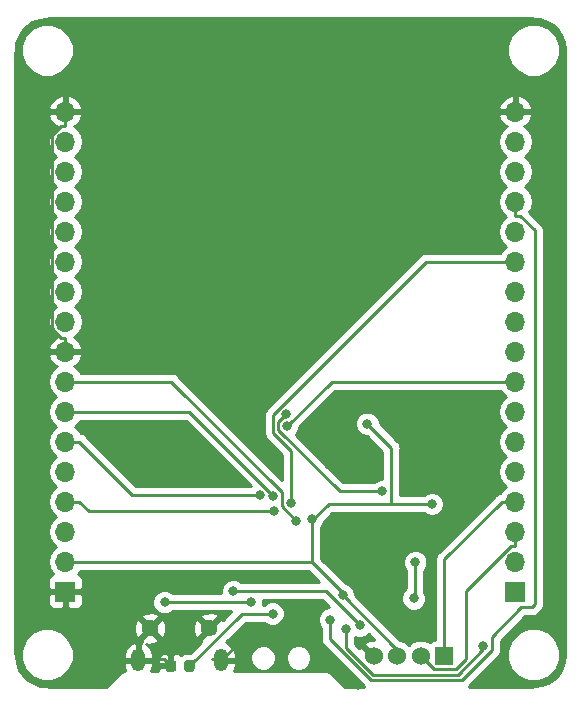
<source format=gbl>
G04 #@! TF.GenerationSoftware,KiCad,Pcbnew,5.0.2-bee76a0~70~ubuntu18.04.1*
G04 #@! TF.CreationDate,2019-03-17T15:09:20+09:00*
G04 #@! TF.ProjectId,LeonardoBB,4c656f6e-6172-4646-9f42-422e6b696361,rev?*
G04 #@! TF.SameCoordinates,Original*
G04 #@! TF.FileFunction,Copper,L2,Bot*
G04 #@! TF.FilePolarity,Positive*
%FSLAX46Y46*%
G04 Gerber Fmt 4.6, Leading zero omitted, Abs format (unit mm)*
G04 Created by KiCad (PCBNEW 5.0.2-bee76a0~70~ubuntu18.04.1) date 2019年03月17日 15時09分20秒*
%MOMM*%
%LPD*%
G01*
G04 APERTURE LIST*
G04 #@! TA.AperFunction,Conductor*
%ADD10C,0.100000*%
G04 #@! TD*
G04 #@! TA.AperFunction,SMDPad,CuDef*
%ADD11C,0.875000*%
G04 #@! TD*
G04 #@! TA.AperFunction,ComponentPad*
%ADD12R,1.524000X1.524000*%
G04 #@! TD*
G04 #@! TA.AperFunction,ComponentPad*
%ADD13C,1.524000*%
G04 #@! TD*
G04 #@! TA.AperFunction,ComponentPad*
%ADD14O,1.700000X1.700000*%
G04 #@! TD*
G04 #@! TA.AperFunction,ComponentPad*
%ADD15R,1.700000X1.700000*%
G04 #@! TD*
G04 #@! TA.AperFunction,ComponentPad*
%ADD16C,1.450000*%
G04 #@! TD*
G04 #@! TA.AperFunction,ComponentPad*
%ADD17O,1.200000X1.900000*%
G04 #@! TD*
G04 #@! TA.AperFunction,ViaPad*
%ADD18C,0.800000*%
G04 #@! TD*
G04 #@! TA.AperFunction,Conductor*
%ADD19C,0.250000*%
G04 #@! TD*
G04 #@! TA.AperFunction,Conductor*
%ADD20C,0.254000*%
G04 #@! TD*
G04 APERTURE END LIST*
D10*
G04 #@! TO.N,GND*
G04 #@! TO.C,D2*
G36*
X134110691Y-125066053D02*
X134131926Y-125069203D01*
X134152750Y-125074419D01*
X134172962Y-125081651D01*
X134192368Y-125090830D01*
X134210781Y-125101866D01*
X134228024Y-125114654D01*
X134243930Y-125129070D01*
X134258346Y-125144976D01*
X134271134Y-125162219D01*
X134282170Y-125180632D01*
X134291349Y-125200038D01*
X134298581Y-125220250D01*
X134303797Y-125241074D01*
X134306947Y-125262309D01*
X134308000Y-125283750D01*
X134308000Y-125796250D01*
X134306947Y-125817691D01*
X134303797Y-125838926D01*
X134298581Y-125859750D01*
X134291349Y-125879962D01*
X134282170Y-125899368D01*
X134271134Y-125917781D01*
X134258346Y-125935024D01*
X134243930Y-125950930D01*
X134228024Y-125965346D01*
X134210781Y-125978134D01*
X134192368Y-125989170D01*
X134172962Y-125998349D01*
X134152750Y-126005581D01*
X134131926Y-126010797D01*
X134110691Y-126013947D01*
X134089250Y-126015000D01*
X133651750Y-126015000D01*
X133630309Y-126013947D01*
X133609074Y-126010797D01*
X133588250Y-126005581D01*
X133568038Y-125998349D01*
X133548632Y-125989170D01*
X133530219Y-125978134D01*
X133512976Y-125965346D01*
X133497070Y-125950930D01*
X133482654Y-125935024D01*
X133469866Y-125917781D01*
X133458830Y-125899368D01*
X133449651Y-125879962D01*
X133442419Y-125859750D01*
X133437203Y-125838926D01*
X133434053Y-125817691D01*
X133433000Y-125796250D01*
X133433000Y-125283750D01*
X133434053Y-125262309D01*
X133437203Y-125241074D01*
X133442419Y-125220250D01*
X133449651Y-125200038D01*
X133458830Y-125180632D01*
X133469866Y-125162219D01*
X133482654Y-125144976D01*
X133497070Y-125129070D01*
X133512976Y-125114654D01*
X133530219Y-125101866D01*
X133548632Y-125090830D01*
X133568038Y-125081651D01*
X133588250Y-125074419D01*
X133609074Y-125069203D01*
X133630309Y-125066053D01*
X133651750Y-125065000D01*
X134089250Y-125065000D01*
X134110691Y-125066053D01*
X134110691Y-125066053D01*
G37*
D11*
G04 #@! TD*
G04 #@! TO.P,D2,1*
G04 #@! TO.N,GND*
X133870500Y-125540000D03*
D10*
G04 #@! TO.N,Net-(D2-Pad2)*
G04 #@! TO.C,D2*
G36*
X135685691Y-125066053D02*
X135706926Y-125069203D01*
X135727750Y-125074419D01*
X135747962Y-125081651D01*
X135767368Y-125090830D01*
X135785781Y-125101866D01*
X135803024Y-125114654D01*
X135818930Y-125129070D01*
X135833346Y-125144976D01*
X135846134Y-125162219D01*
X135857170Y-125180632D01*
X135866349Y-125200038D01*
X135873581Y-125220250D01*
X135878797Y-125241074D01*
X135881947Y-125262309D01*
X135883000Y-125283750D01*
X135883000Y-125796250D01*
X135881947Y-125817691D01*
X135878797Y-125838926D01*
X135873581Y-125859750D01*
X135866349Y-125879962D01*
X135857170Y-125899368D01*
X135846134Y-125917781D01*
X135833346Y-125935024D01*
X135818930Y-125950930D01*
X135803024Y-125965346D01*
X135785781Y-125978134D01*
X135767368Y-125989170D01*
X135747962Y-125998349D01*
X135727750Y-126005581D01*
X135706926Y-126010797D01*
X135685691Y-126013947D01*
X135664250Y-126015000D01*
X135226750Y-126015000D01*
X135205309Y-126013947D01*
X135184074Y-126010797D01*
X135163250Y-126005581D01*
X135143038Y-125998349D01*
X135123632Y-125989170D01*
X135105219Y-125978134D01*
X135087976Y-125965346D01*
X135072070Y-125950930D01*
X135057654Y-125935024D01*
X135044866Y-125917781D01*
X135033830Y-125899368D01*
X135024651Y-125879962D01*
X135017419Y-125859750D01*
X135012203Y-125838926D01*
X135009053Y-125817691D01*
X135008000Y-125796250D01*
X135008000Y-125283750D01*
X135009053Y-125262309D01*
X135012203Y-125241074D01*
X135017419Y-125220250D01*
X135024651Y-125200038D01*
X135033830Y-125180632D01*
X135044866Y-125162219D01*
X135057654Y-125144976D01*
X135072070Y-125129070D01*
X135087976Y-125114654D01*
X135105219Y-125101866D01*
X135123632Y-125090830D01*
X135143038Y-125081651D01*
X135163250Y-125074419D01*
X135184074Y-125069203D01*
X135205309Y-125066053D01*
X135226750Y-125065000D01*
X135664250Y-125065000D01*
X135685691Y-125066053D01*
X135685691Y-125066053D01*
G37*
D11*
G04 #@! TD*
G04 #@! TO.P,D2,2*
G04 #@! TO.N,Net-(D2-Pad2)*
X135445500Y-125540000D03*
D12*
G04 #@! TO.P,J4,1*
G04 #@! TO.N,D3_SCL*
X157035000Y-124714000D03*
D13*
G04 #@! TO.P,J4,2*
G04 #@! TO.N,D2_SDA*
X155035000Y-124714000D03*
G04 #@! TO.P,J4,3*
G04 #@! TO.N,+5V*
X153035000Y-124714000D03*
G04 #@! TO.P,J4,4*
G04 #@! TO.N,GND*
X151035000Y-124714000D03*
G04 #@! TD*
D14*
G04 #@! TO.P,J2,17*
G04 #@! TO.N,GND*
X163050000Y-78610000D03*
G04 #@! TO.P,J2,16*
G04 #@! TO.N,+5V*
X163050000Y-81150000D03*
G04 #@! TO.P,J2,15*
G04 #@! TO.N,+3V3*
X163050000Y-83690000D03*
G04 #@! TO.P,J2,14*
G04 #@! TO.N,D13_PWM*
X163050000Y-86230000D03*
G04 #@! TO.P,J2,13*
G04 #@! TO.N,D12*
X163050000Y-88770000D03*
G04 #@! TO.P,J2,12*
G04 #@! TO.N,D11_PWM*
X163050000Y-91310000D03*
G04 #@! TO.P,J2,11*
G04 #@! TO.N,D10_PWM*
X163050000Y-93850000D03*
G04 #@! TO.P,J2,10*
G04 #@! TO.N,D9_PWM*
X163050000Y-96390000D03*
G04 #@! TO.P,J2,9*
G04 #@! TO.N,D8*
X163050000Y-98930000D03*
G04 #@! TO.P,J2,8*
G04 #@! TO.N,D7*
X163050000Y-101470000D03*
G04 #@! TO.P,J2,7*
G04 #@! TO.N,D6_PWM*
X163050000Y-104010000D03*
G04 #@! TO.P,J2,6*
G04 #@! TO.N,D5_PWM*
X163050000Y-106550000D03*
G04 #@! TO.P,J2,5*
G04 #@! TO.N,D4*
X163050000Y-109090000D03*
G04 #@! TO.P,J2,4*
G04 #@! TO.N,D3_SCL*
X163050000Y-111630000D03*
G04 #@! TO.P,J2,3*
G04 #@! TO.N,D2_SDA*
X163050000Y-114170000D03*
G04 #@! TO.P,J2,2*
G04 #@! TO.N,D1_TX*
X163050000Y-116710000D03*
D15*
G04 #@! TO.P,J2,1*
G04 #@! TO.N,D0_RX*
X163050000Y-119250000D03*
G04 #@! TD*
G04 #@! TO.P,J3,1*
G04 #@! TO.N,GND*
X124950000Y-119250000D03*
D14*
G04 #@! TO.P,J3,2*
G04 #@! TO.N,+5V*
X124950000Y-116710000D03*
G04 #@! TO.P,J3,3*
G04 #@! TO.N,RAW*
X124950000Y-114170000D03*
G04 #@! TO.P,J3,4*
G04 #@! TO.N,MISO*
X124950000Y-111630000D03*
G04 #@! TO.P,J3,5*
G04 #@! TO.N,+5V*
X124950000Y-109090000D03*
G04 #@! TO.P,J3,6*
G04 #@! TO.N,SCK*
X124950000Y-106550000D03*
G04 #@! TO.P,J3,7*
G04 #@! TO.N,MOSI*
X124950000Y-104010000D03*
G04 #@! TO.P,J3,8*
G04 #@! TO.N,RESET*
X124950000Y-101470000D03*
G04 #@! TO.P,J3,9*
G04 #@! TO.N,GND*
X124950000Y-98930000D03*
G04 #@! TO.P,J3,10*
G04 #@! TO.N,AREF*
X124950000Y-96390000D03*
G04 #@! TO.P,J3,11*
G04 #@! TO.N,A5*
X124950000Y-93850000D03*
G04 #@! TO.P,J3,12*
G04 #@! TO.N,A4*
X124950000Y-91310000D03*
G04 #@! TO.P,J3,13*
G04 #@! TO.N,A3*
X124950000Y-88770000D03*
G04 #@! TO.P,J3,14*
G04 #@! TO.N,A2*
X124950000Y-86230000D03*
G04 #@! TO.P,J3,15*
G04 #@! TO.N,A1*
X124950000Y-83690000D03*
G04 #@! TO.P,J3,16*
G04 #@! TO.N,A0*
X124950000Y-81150000D03*
G04 #@! TO.P,J3,17*
G04 #@! TO.N,GND*
X124950000Y-78610000D03*
G04 #@! TD*
D16*
G04 #@! TO.P,J1,6*
G04 #@! TO.N,GND*
X132120000Y-122362500D03*
X137120000Y-122362500D03*
D17*
X131120000Y-125062500D03*
X138120000Y-125062500D03*
G04 #@! TD*
D18*
G04 #@! TO.N,GND*
X147286000Y-108486000D03*
X150114000Y-103251000D03*
X153098500Y-122745500D03*
X149733000Y-127190500D03*
X142303500Y-102298500D03*
X133731000Y-109220000D03*
X128651000Y-106680000D03*
X150258500Y-117602000D03*
G04 #@! TO.N,VBUS*
X140653400Y-120142000D03*
X133343600Y-120142000D03*
G04 #@! TO.N,Net-(C6-Pad1)*
X151793000Y-110721400D03*
X143636000Y-104227700D03*
G04 #@! TO.N,+5V*
X150518700Y-105038800D03*
X148436100Y-119555400D03*
X145786000Y-113120600D03*
X155989000Y-111824000D03*
G04 #@! TO.N,+3V3*
X160334700Y-123870000D03*
X148716700Y-122398000D03*
G04 #@! TO.N,Net-(D2-Pad2)*
X142483900Y-121102700D03*
G04 #@! TO.N,D7*
X143716300Y-105244600D03*
G04 #@! TO.N,D11_PWM*
X144053000Y-111732900D03*
G04 #@! TO.N,D13_PWM*
X147348500Y-121619800D03*
G04 #@! TO.N,RESET*
X144491700Y-113244400D03*
G04 #@! TO.N,MOSI*
X142546300Y-111127000D03*
G04 #@! TO.N,SCK*
X141454100Y-111050700D03*
G04 #@! TO.N,MISO*
X142580600Y-112412500D03*
G04 #@! TO.N,Net-(Q2-Pad4)*
X154436800Y-119817600D03*
X154568800Y-116774900D03*
G04 #@! TO.N,Net-(R5-Pad2)*
X139152800Y-119195400D03*
X149894600Y-122115900D03*
G04 #@! TD*
D19*
G04 #@! TO.N,GND*
X124950000Y-78610000D02*
X124950000Y-79785300D01*
X124950000Y-98930000D02*
X124950000Y-97754700D01*
X124950000Y-97754700D02*
X124582700Y-97754700D01*
X124582700Y-97754700D02*
X123774700Y-96946700D01*
X123774700Y-96946700D02*
X123774700Y-80593200D01*
X123774700Y-80593200D02*
X124582600Y-79785300D01*
X124582600Y-79785300D02*
X124950000Y-79785300D01*
X133870500Y-125540000D02*
X133270500Y-124940000D01*
X133270500Y-124940000D02*
X131865000Y-124940000D01*
X138250000Y-124940000D02*
X140254000Y-122936000D01*
X137325000Y-124940000D02*
X138250000Y-124940000D01*
X140254000Y-122936000D02*
X145478500Y-122936000D01*
X145478500Y-122936000D02*
X149733000Y-127190500D01*
X133731000Y-109220000D02*
X131191000Y-106680000D01*
X131191000Y-106680000D02*
X128651000Y-106680000D01*
G04 #@! TO.N,VBUS*
X133343600Y-120142000D02*
X140653400Y-120142000D01*
G04 #@! TO.N,Net-(C6-Pad1)*
X151793000Y-110721400D02*
X148156300Y-110721400D01*
X148156300Y-110721400D02*
X142990900Y-105556000D01*
X142990900Y-105556000D02*
X142990900Y-104872800D01*
X142990900Y-104872800D02*
X143636000Y-104227700D01*
G04 #@! TO.N,+5V*
X150518700Y-105038800D02*
X152549800Y-107069900D01*
X152549800Y-107069900D02*
X152549800Y-111824000D01*
X152549800Y-111824000D02*
X147240400Y-111824000D01*
X147240400Y-111824000D02*
X145864900Y-113199500D01*
X155989000Y-111824000D02*
X152549800Y-111824000D01*
X145786000Y-116710000D02*
X148436100Y-119360100D01*
X148436100Y-119360100D02*
X148436100Y-119555400D01*
X148436100Y-119555400D02*
X153035000Y-124154300D01*
X153035000Y-124154300D02*
X153035000Y-124714000D01*
X145864900Y-113199500D02*
X145786000Y-113120600D01*
X145864900Y-113199500D02*
X145864900Y-116631100D01*
X145864900Y-116631100D02*
X145786000Y-116710000D01*
X126125300Y-116710000D02*
X145786000Y-116710000D01*
X124950000Y-116710000D02*
X126125300Y-116710000D01*
G04 #@! TO.N,+3V3*
X160334700Y-123870000D02*
X160334700Y-124096800D01*
X160334700Y-124096800D02*
X158155000Y-126276500D01*
X158155000Y-126276500D02*
X150980200Y-126276500D01*
X150980200Y-126276500D02*
X148716700Y-124013000D01*
X148716700Y-124013000D02*
X148716700Y-122398000D01*
G04 #@! TO.N,Net-(D2-Pad2)*
X135445500Y-125540000D02*
X135445500Y-125183200D01*
X139882800Y-121102700D02*
X135445500Y-125540000D01*
X142483900Y-121102700D02*
X139882800Y-121102700D01*
G04 #@! TO.N,D2_SDA*
X163050000Y-114170000D02*
X163050000Y-115345300D01*
X155035000Y-124714000D02*
X156122400Y-125801400D01*
X156122400Y-125801400D02*
X157993200Y-125801400D01*
X157993200Y-125801400D02*
X158865800Y-124928800D01*
X158865800Y-124928800D02*
X158865800Y-119162200D01*
X158865800Y-119162200D02*
X162682700Y-115345300D01*
X162682700Y-115345300D02*
X163050000Y-115345300D01*
G04 #@! TO.N,D3_SCL*
X157035000Y-123626700D02*
X157035000Y-116469700D01*
X157035000Y-116469700D02*
X161874700Y-111630000D01*
X157035000Y-124714000D02*
X157035000Y-123626700D01*
X163050000Y-111630000D02*
X161874700Y-111630000D01*
G04 #@! TO.N,D7*
X143716300Y-105244600D02*
X147490900Y-101470000D01*
X147490900Y-101470000D02*
X163050000Y-101470000D01*
G04 #@! TO.N,D11_PWM*
X163050000Y-91310000D02*
X155516400Y-91310000D01*
X155516400Y-91310000D02*
X142533500Y-104292900D01*
X142533500Y-104292900D02*
X142533500Y-105828600D01*
X142533500Y-105828600D02*
X144053000Y-107348100D01*
X144053000Y-107348100D02*
X144053000Y-111732900D01*
G04 #@! TO.N,D13_PWM*
X163050000Y-86230000D02*
X163050000Y-87405300D01*
X163417300Y-87405300D02*
X164676200Y-88664200D01*
X163050000Y-87405300D02*
X163417300Y-87405300D01*
X164421700Y-120587000D02*
X164676200Y-120332500D01*
X147348500Y-123283100D02*
X150805800Y-126740400D01*
X161059701Y-123086701D02*
X163559402Y-120587000D01*
X147348500Y-121619800D02*
X147348500Y-123283100D01*
X161059701Y-124218001D02*
X161059701Y-123086701D01*
X163559402Y-120587000D02*
X164421700Y-120587000D01*
X164676200Y-120332500D02*
X164676200Y-88664200D01*
X158537302Y-126740400D02*
X161059701Y-124218001D01*
X150805800Y-126740400D02*
X158537302Y-126740400D01*
G04 #@! TO.N,RESET*
X144491700Y-113244400D02*
X143271600Y-112024300D01*
X143271600Y-112024300D02*
X143271600Y-110826500D01*
X143271600Y-110826500D02*
X133915100Y-101470000D01*
X133915100Y-101470000D02*
X124950000Y-101470000D01*
G04 #@! TO.N,MOSI*
X142546300Y-111127000D02*
X142546300Y-111117100D01*
X142546300Y-111117100D02*
X135439200Y-104010000D01*
X135439200Y-104010000D02*
X124950000Y-104010000D01*
G04 #@! TO.N,SCK*
X126125300Y-106550000D02*
X130626000Y-111050700D01*
X130626000Y-111050700D02*
X141454100Y-111050700D01*
X124950000Y-106550000D02*
X126125300Y-106550000D01*
G04 #@! TO.N,MISO*
X126125300Y-111630000D02*
X126907800Y-112412500D01*
X126907800Y-112412500D02*
X142580600Y-112412500D01*
X124950000Y-111630000D02*
X126125300Y-111630000D01*
G04 #@! TO.N,Net-(Q2-Pad4)*
X154436800Y-119817600D02*
X154568800Y-119685600D01*
X154568800Y-119685600D02*
X154568800Y-116774900D01*
G04 #@! TO.N,Net-(R5-Pad2)*
X146974100Y-119195400D02*
X149894600Y-122115900D01*
X139152800Y-119195400D02*
X146974100Y-119195400D01*
G04 #@! TD*
D20*
G04 #@! TO.N,GND*
G36*
X147288699Y-120584800D02*
X147142626Y-120584800D01*
X146762220Y-120742369D01*
X146471069Y-121033520D01*
X146313500Y-121413926D01*
X146313500Y-121825674D01*
X146471069Y-122206080D01*
X146588500Y-122323511D01*
X146588501Y-123208249D01*
X146573612Y-123283100D01*
X146588501Y-123357952D01*
X146618043Y-123506471D01*
X146632597Y-123579637D01*
X146746043Y-123749420D01*
X146800572Y-123831029D01*
X146864028Y-123873429D01*
X150215471Y-127224873D01*
X150257871Y-127288329D01*
X150260372Y-127290000D01*
X148594092Y-127290000D01*
X147551494Y-126247404D01*
X147511881Y-126188119D01*
X147277028Y-126031195D01*
X147069926Y-125990000D01*
X147069924Y-125990000D01*
X147000000Y-125976091D01*
X146930076Y-125990000D01*
X139216224Y-125990000D01*
X139355000Y-125539500D01*
X139355000Y-125189500D01*
X138247000Y-125189500D01*
X138247000Y-125209500D01*
X137993000Y-125209500D01*
X137993000Y-125189500D01*
X137973000Y-125189500D01*
X137973000Y-124935500D01*
X137993000Y-124935500D01*
X137993000Y-124915500D01*
X138247000Y-124915500D01*
X138247000Y-124935500D01*
X139355000Y-124935500D01*
X139355000Y-124638180D01*
X140607000Y-124638180D01*
X140607000Y-125069820D01*
X140772182Y-125468603D01*
X141077397Y-125773818D01*
X141476180Y-125939000D01*
X141907820Y-125939000D01*
X142306603Y-125773818D01*
X142611818Y-125468603D01*
X142777000Y-125069820D01*
X142777000Y-124638180D01*
X143607000Y-124638180D01*
X143607000Y-125069820D01*
X143772182Y-125468603D01*
X144077397Y-125773818D01*
X144476180Y-125939000D01*
X144907820Y-125939000D01*
X145306603Y-125773818D01*
X145611818Y-125468603D01*
X145777000Y-125069820D01*
X145777000Y-124638180D01*
X145611818Y-124239397D01*
X145306603Y-123934182D01*
X144907820Y-123769000D01*
X144476180Y-123769000D01*
X144077397Y-123934182D01*
X143772182Y-124239397D01*
X143607000Y-124638180D01*
X142777000Y-124638180D01*
X142611818Y-124239397D01*
X142306603Y-123934182D01*
X141907820Y-123769000D01*
X141476180Y-123769000D01*
X141077397Y-123934182D01*
X140772182Y-124239397D01*
X140607000Y-124638180D01*
X139355000Y-124638180D01*
X139355000Y-124585500D01*
X139212390Y-124122553D01*
X138903474Y-123749420D01*
X138515904Y-123544397D01*
X140197602Y-121862700D01*
X141780189Y-121862700D01*
X141897620Y-121980131D01*
X142278026Y-122137700D01*
X142689774Y-122137700D01*
X143070180Y-121980131D01*
X143361331Y-121688980D01*
X143518900Y-121308574D01*
X143518900Y-120896826D01*
X143361331Y-120516420D01*
X143070180Y-120225269D01*
X142689774Y-120067700D01*
X142278026Y-120067700D01*
X141897620Y-120225269D01*
X141780189Y-120342700D01*
X141688400Y-120342700D01*
X141688400Y-119955400D01*
X146659299Y-119955400D01*
X147288699Y-120584800D01*
X147288699Y-120584800D01*
G37*
X147288699Y-120584800D02*
X147142626Y-120584800D01*
X146762220Y-120742369D01*
X146471069Y-121033520D01*
X146313500Y-121413926D01*
X146313500Y-121825674D01*
X146471069Y-122206080D01*
X146588500Y-122323511D01*
X146588501Y-123208249D01*
X146573612Y-123283100D01*
X146588501Y-123357952D01*
X146618043Y-123506471D01*
X146632597Y-123579637D01*
X146746043Y-123749420D01*
X146800572Y-123831029D01*
X146864028Y-123873429D01*
X150215471Y-127224873D01*
X150257871Y-127288329D01*
X150260372Y-127290000D01*
X148594092Y-127290000D01*
X147551494Y-126247404D01*
X147511881Y-126188119D01*
X147277028Y-126031195D01*
X147069926Y-125990000D01*
X147069924Y-125990000D01*
X147000000Y-125976091D01*
X146930076Y-125990000D01*
X139216224Y-125990000D01*
X139355000Y-125539500D01*
X139355000Y-125189500D01*
X138247000Y-125189500D01*
X138247000Y-125209500D01*
X137993000Y-125209500D01*
X137993000Y-125189500D01*
X137973000Y-125189500D01*
X137973000Y-124935500D01*
X137993000Y-124935500D01*
X137993000Y-124915500D01*
X138247000Y-124915500D01*
X138247000Y-124935500D01*
X139355000Y-124935500D01*
X139355000Y-124638180D01*
X140607000Y-124638180D01*
X140607000Y-125069820D01*
X140772182Y-125468603D01*
X141077397Y-125773818D01*
X141476180Y-125939000D01*
X141907820Y-125939000D01*
X142306603Y-125773818D01*
X142611818Y-125468603D01*
X142777000Y-125069820D01*
X142777000Y-124638180D01*
X143607000Y-124638180D01*
X143607000Y-125069820D01*
X143772182Y-125468603D01*
X144077397Y-125773818D01*
X144476180Y-125939000D01*
X144907820Y-125939000D01*
X145306603Y-125773818D01*
X145611818Y-125468603D01*
X145777000Y-125069820D01*
X145777000Y-124638180D01*
X145611818Y-124239397D01*
X145306603Y-123934182D01*
X144907820Y-123769000D01*
X144476180Y-123769000D01*
X144077397Y-123934182D01*
X143772182Y-124239397D01*
X143607000Y-124638180D01*
X142777000Y-124638180D01*
X142611818Y-124239397D01*
X142306603Y-123934182D01*
X141907820Y-123769000D01*
X141476180Y-123769000D01*
X141077397Y-123934182D01*
X140772182Y-124239397D01*
X140607000Y-124638180D01*
X139355000Y-124638180D01*
X139355000Y-124585500D01*
X139212390Y-124122553D01*
X138903474Y-123749420D01*
X138515904Y-123544397D01*
X140197602Y-121862700D01*
X141780189Y-121862700D01*
X141897620Y-121980131D01*
X142278026Y-122137700D01*
X142689774Y-122137700D01*
X143070180Y-121980131D01*
X143361331Y-121688980D01*
X143518900Y-121308574D01*
X143518900Y-120896826D01*
X143361331Y-120516420D01*
X143070180Y-120225269D01*
X142689774Y-120067700D01*
X142278026Y-120067700D01*
X141897620Y-120225269D01*
X141780189Y-120342700D01*
X141688400Y-120342700D01*
X141688400Y-119955400D01*
X146659299Y-119955400D01*
X147288699Y-120584800D01*
G36*
X164439665Y-70717298D02*
X164520621Y-70730701D01*
X165171339Y-70801391D01*
X165716030Y-70984701D01*
X166208644Y-71280693D01*
X166626208Y-71675564D01*
X166949237Y-72150888D01*
X167162663Y-72684490D01*
X167261385Y-73280823D01*
X167265287Y-73420521D01*
X167286832Y-73577811D01*
X167290001Y-73586424D01*
X167290000Y-124418227D01*
X167282702Y-124439665D01*
X167269299Y-124520621D01*
X167198609Y-125171338D01*
X167015299Y-125716030D01*
X166719310Y-126208640D01*
X166324439Y-126626205D01*
X165849112Y-126949237D01*
X165315507Y-127162664D01*
X164719177Y-127261385D01*
X164579479Y-127265287D01*
X164422189Y-127286832D01*
X164413579Y-127290000D01*
X159082730Y-127290000D01*
X159085231Y-127288329D01*
X159127633Y-127224870D01*
X161544174Y-124808330D01*
X161607630Y-124765930D01*
X161775605Y-124514538D01*
X161819701Y-124292853D01*
X161819701Y-124292848D01*
X161834589Y-124218001D01*
X161822144Y-124155431D01*
X162365000Y-124155431D01*
X162365000Y-125044569D01*
X162705259Y-125866026D01*
X163333974Y-126494741D01*
X164155431Y-126835000D01*
X165044569Y-126835000D01*
X165866026Y-126494741D01*
X166494741Y-125866026D01*
X166835000Y-125044569D01*
X166835000Y-124155431D01*
X166494741Y-123333974D01*
X165866026Y-122705259D01*
X165044569Y-122365000D01*
X164155431Y-122365000D01*
X163333974Y-122705259D01*
X162705259Y-123333974D01*
X162365000Y-124155431D01*
X161822144Y-124155431D01*
X161819701Y-124143154D01*
X161819701Y-123401502D01*
X163874204Y-121347000D01*
X164346853Y-121347000D01*
X164421700Y-121361888D01*
X164496547Y-121347000D01*
X164496552Y-121347000D01*
X164718237Y-121302904D01*
X164969629Y-121134929D01*
X165012030Y-121071471D01*
X165160673Y-120922829D01*
X165224129Y-120880429D01*
X165392104Y-120629037D01*
X165436200Y-120407352D01*
X165436200Y-120407348D01*
X165451088Y-120332501D01*
X165436200Y-120257654D01*
X165436200Y-88739046D01*
X165451088Y-88664199D01*
X165436200Y-88589352D01*
X165436200Y-88589348D01*
X165392104Y-88367663D01*
X165350302Y-88305102D01*
X165266529Y-88179726D01*
X165266527Y-88179724D01*
X165224129Y-88116271D01*
X165160676Y-88073873D01*
X164227491Y-87140689D01*
X164448839Y-86809418D01*
X164564092Y-86230000D01*
X164448839Y-85650582D01*
X164120625Y-85159375D01*
X163822239Y-84960000D01*
X164120625Y-84760625D01*
X164448839Y-84269418D01*
X164564092Y-83690000D01*
X164448839Y-83110582D01*
X164120625Y-82619375D01*
X163822239Y-82420000D01*
X164120625Y-82220625D01*
X164448839Y-81729418D01*
X164564092Y-81150000D01*
X164448839Y-80570582D01*
X164120625Y-80079375D01*
X163801522Y-79866157D01*
X163931358Y-79805183D01*
X164321645Y-79376924D01*
X164491476Y-78966890D01*
X164370155Y-78737000D01*
X163177000Y-78737000D01*
X163177000Y-78757000D01*
X162923000Y-78757000D01*
X162923000Y-78737000D01*
X161729845Y-78737000D01*
X161608524Y-78966890D01*
X161778355Y-79376924D01*
X162168642Y-79805183D01*
X162298478Y-79866157D01*
X161979375Y-80079375D01*
X161651161Y-80570582D01*
X161535908Y-81150000D01*
X161651161Y-81729418D01*
X161979375Y-82220625D01*
X162277761Y-82420000D01*
X161979375Y-82619375D01*
X161651161Y-83110582D01*
X161535908Y-83690000D01*
X161651161Y-84269418D01*
X161979375Y-84760625D01*
X162277761Y-84960000D01*
X161979375Y-85159375D01*
X161651161Y-85650582D01*
X161535908Y-86230000D01*
X161651161Y-86809418D01*
X161979375Y-87300625D01*
X162277761Y-87500000D01*
X161979375Y-87699375D01*
X161651161Y-88190582D01*
X161535908Y-88770000D01*
X161651161Y-89349418D01*
X161979375Y-89840625D01*
X162277761Y-90040000D01*
X161979375Y-90239375D01*
X161771822Y-90550000D01*
X155591246Y-90550000D01*
X155516399Y-90535112D01*
X155441552Y-90550000D01*
X155441548Y-90550000D01*
X155219863Y-90594096D01*
X154968471Y-90762071D01*
X154926071Y-90825527D01*
X142049030Y-103702569D01*
X141985571Y-103744971D01*
X141817596Y-103996364D01*
X141773500Y-104218049D01*
X141773500Y-104218053D01*
X141758612Y-104292900D01*
X141773500Y-104367747D01*
X141773501Y-105753749D01*
X141758612Y-105828600D01*
X141817597Y-106125137D01*
X141915664Y-106271904D01*
X141985572Y-106376529D01*
X142049028Y-106418929D01*
X143293000Y-107662902D01*
X143293001Y-109773099D01*
X134505431Y-100985530D01*
X134463029Y-100922071D01*
X134211637Y-100754096D01*
X133989952Y-100710000D01*
X133989947Y-100710000D01*
X133915100Y-100695112D01*
X133840253Y-100710000D01*
X126228178Y-100710000D01*
X126020625Y-100399375D01*
X125701522Y-100186157D01*
X125831358Y-100125183D01*
X126221645Y-99696924D01*
X126391476Y-99286890D01*
X126270155Y-99057000D01*
X125077000Y-99057000D01*
X125077000Y-99077000D01*
X124823000Y-99077000D01*
X124823000Y-99057000D01*
X123629845Y-99057000D01*
X123508524Y-99286890D01*
X123678355Y-99696924D01*
X124068642Y-100125183D01*
X124198478Y-100186157D01*
X123879375Y-100399375D01*
X123551161Y-100890582D01*
X123435908Y-101470000D01*
X123551161Y-102049418D01*
X123879375Y-102540625D01*
X124177761Y-102740000D01*
X123879375Y-102939375D01*
X123551161Y-103430582D01*
X123435908Y-104010000D01*
X123551161Y-104589418D01*
X123879375Y-105080625D01*
X124177761Y-105280000D01*
X123879375Y-105479375D01*
X123551161Y-105970582D01*
X123435908Y-106550000D01*
X123551161Y-107129418D01*
X123879375Y-107620625D01*
X124177761Y-107820000D01*
X123879375Y-108019375D01*
X123551161Y-108510582D01*
X123435908Y-109090000D01*
X123551161Y-109669418D01*
X123879375Y-110160625D01*
X124177761Y-110360000D01*
X123879375Y-110559375D01*
X123551161Y-111050582D01*
X123435908Y-111630000D01*
X123551161Y-112209418D01*
X123879375Y-112700625D01*
X124177761Y-112900000D01*
X123879375Y-113099375D01*
X123551161Y-113590582D01*
X123435908Y-114170000D01*
X123551161Y-114749418D01*
X123879375Y-115240625D01*
X124177761Y-115440000D01*
X123879375Y-115639375D01*
X123551161Y-116130582D01*
X123435908Y-116710000D01*
X123551161Y-117289418D01*
X123879375Y-117780625D01*
X123901033Y-117795096D01*
X123740302Y-117861673D01*
X123561673Y-118040301D01*
X123465000Y-118273690D01*
X123465000Y-118964250D01*
X123623750Y-119123000D01*
X124823000Y-119123000D01*
X124823000Y-119103000D01*
X125077000Y-119103000D01*
X125077000Y-119123000D01*
X126276250Y-119123000D01*
X126435000Y-118964250D01*
X126435000Y-118273690D01*
X126338327Y-118040301D01*
X126159698Y-117861673D01*
X125998967Y-117795096D01*
X126020625Y-117780625D01*
X126228178Y-117470000D01*
X145471199Y-117470000D01*
X146436598Y-118435400D01*
X139856511Y-118435400D01*
X139739080Y-118317969D01*
X139358674Y-118160400D01*
X138946926Y-118160400D01*
X138566520Y-118317969D01*
X138275369Y-118609120D01*
X138117800Y-118989526D01*
X138117800Y-119382000D01*
X134047311Y-119382000D01*
X133929880Y-119264569D01*
X133549474Y-119107000D01*
X133137726Y-119107000D01*
X132757320Y-119264569D01*
X132466169Y-119555720D01*
X132308600Y-119936126D01*
X132308600Y-120347874D01*
X132466169Y-120728280D01*
X132757320Y-121019431D01*
X133137726Y-121177000D01*
X133549474Y-121177000D01*
X133929880Y-121019431D01*
X134047311Y-120902000D01*
X139008698Y-120902000D01*
X138268780Y-121641918D01*
X138073398Y-121588707D01*
X137299605Y-122362500D01*
X137313748Y-122376643D01*
X137134143Y-122556248D01*
X137120000Y-122542105D01*
X136346207Y-123315898D01*
X136399419Y-123511280D01*
X135493139Y-124417560D01*
X135491998Y-124417560D01*
X135445500Y-124408311D01*
X135399002Y-124417560D01*
X135226750Y-124417560D01*
X134895273Y-124483495D01*
X134732969Y-124591943D01*
X134667698Y-124526673D01*
X134434309Y-124430000D01*
X134156250Y-124430000D01*
X133997500Y-124588750D01*
X133997500Y-125413000D01*
X134017500Y-125413000D01*
X134017500Y-125667000D01*
X133997500Y-125667000D01*
X133997500Y-125687000D01*
X133743500Y-125687000D01*
X133743500Y-125667000D01*
X132956750Y-125667000D01*
X132798000Y-125825750D01*
X132798000Y-125990000D01*
X132216224Y-125990000D01*
X132355000Y-125539500D01*
X132355000Y-125189500D01*
X131247000Y-125189500D01*
X131247000Y-125209500D01*
X130993000Y-125209500D01*
X130993000Y-125189500D01*
X129885000Y-125189500D01*
X129885000Y-125539500D01*
X130020763Y-125980221D01*
X130000000Y-125976091D01*
X129930074Y-125990000D01*
X129756650Y-126024496D01*
X129722972Y-126031195D01*
X129558174Y-126141310D01*
X129488119Y-126188119D01*
X129448510Y-126247398D01*
X128405910Y-127290000D01*
X123581773Y-127290000D01*
X123560335Y-127282702D01*
X123479379Y-127269299D01*
X122828662Y-127198609D01*
X122283970Y-127015299D01*
X121791360Y-126719310D01*
X121373795Y-126324439D01*
X121050763Y-125849112D01*
X120837336Y-125315507D01*
X120738615Y-124719177D01*
X120734713Y-124579479D01*
X120713168Y-124422189D01*
X120710000Y-124413579D01*
X120710000Y-124155431D01*
X121165000Y-124155431D01*
X121165000Y-125044569D01*
X121505259Y-125866026D01*
X122133974Y-126494741D01*
X122955431Y-126835000D01*
X123844569Y-126835000D01*
X124666026Y-126494741D01*
X125294741Y-125866026D01*
X125635000Y-125044569D01*
X125635000Y-124938690D01*
X132798000Y-124938690D01*
X132798000Y-125254250D01*
X132956750Y-125413000D01*
X133743500Y-125413000D01*
X133743500Y-124588750D01*
X133584750Y-124430000D01*
X133306691Y-124430000D01*
X133073302Y-124526673D01*
X132894673Y-124705301D01*
X132798000Y-124938690D01*
X125635000Y-124938690D01*
X125635000Y-124585500D01*
X129885000Y-124585500D01*
X129885000Y-124935500D01*
X130993000Y-124935500D01*
X130993000Y-123643769D01*
X131247000Y-123643769D01*
X131247000Y-124935500D01*
X132355000Y-124935500D01*
X132355000Y-124585500D01*
X132212390Y-124122553D01*
X131903474Y-123749420D01*
X131784232Y-123686342D01*
X131921146Y-123734812D01*
X132461444Y-123706449D01*
X132828878Y-123554253D01*
X132893793Y-123315898D01*
X132120000Y-122542105D01*
X131346207Y-123315898D01*
X131406988Y-123539076D01*
X131247000Y-123643769D01*
X130993000Y-123643769D01*
X130802391Y-123519038D01*
X130764719Y-123522908D01*
X130336526Y-123749420D01*
X130027610Y-124122553D01*
X129885000Y-124585500D01*
X125635000Y-124585500D01*
X125635000Y-124155431D01*
X125294741Y-123333974D01*
X124666026Y-122705259D01*
X123844569Y-122365000D01*
X122955431Y-122365000D01*
X122133974Y-122705259D01*
X121505259Y-123333974D01*
X121165000Y-124155431D01*
X120710000Y-124155431D01*
X120710000Y-122163646D01*
X130747688Y-122163646D01*
X130776051Y-122703944D01*
X130928247Y-123071378D01*
X131166602Y-123136293D01*
X131940395Y-122362500D01*
X132299605Y-122362500D01*
X133073398Y-123136293D01*
X133311753Y-123071378D01*
X133492312Y-122561354D01*
X133471435Y-122163646D01*
X135747688Y-122163646D01*
X135776051Y-122703944D01*
X135928247Y-123071378D01*
X136166602Y-123136293D01*
X136940395Y-122362500D01*
X136166602Y-121588707D01*
X135928247Y-121653622D01*
X135747688Y-122163646D01*
X133471435Y-122163646D01*
X133463949Y-122021056D01*
X133311753Y-121653622D01*
X133073398Y-121588707D01*
X132299605Y-122362500D01*
X131940395Y-122362500D01*
X131166602Y-121588707D01*
X130928247Y-121653622D01*
X130747688Y-122163646D01*
X120710000Y-122163646D01*
X120710000Y-121409102D01*
X131346207Y-121409102D01*
X132120000Y-122182895D01*
X132893793Y-121409102D01*
X136346207Y-121409102D01*
X137120000Y-122182895D01*
X137893793Y-121409102D01*
X137828878Y-121170747D01*
X137318854Y-120990188D01*
X136778556Y-121018551D01*
X136411122Y-121170747D01*
X136346207Y-121409102D01*
X132893793Y-121409102D01*
X132828878Y-121170747D01*
X132318854Y-120990188D01*
X131778556Y-121018551D01*
X131411122Y-121170747D01*
X131346207Y-121409102D01*
X120710000Y-121409102D01*
X120710000Y-119535750D01*
X123465000Y-119535750D01*
X123465000Y-120226310D01*
X123561673Y-120459699D01*
X123740302Y-120638327D01*
X123973691Y-120735000D01*
X124664250Y-120735000D01*
X124823000Y-120576250D01*
X124823000Y-119377000D01*
X125077000Y-119377000D01*
X125077000Y-120576250D01*
X125235750Y-120735000D01*
X125926309Y-120735000D01*
X126159698Y-120638327D01*
X126338327Y-120459699D01*
X126435000Y-120226310D01*
X126435000Y-119535750D01*
X126276250Y-119377000D01*
X125077000Y-119377000D01*
X124823000Y-119377000D01*
X123623750Y-119377000D01*
X123465000Y-119535750D01*
X120710000Y-119535750D01*
X120710000Y-81150000D01*
X123435908Y-81150000D01*
X123551161Y-81729418D01*
X123879375Y-82220625D01*
X124177761Y-82420000D01*
X123879375Y-82619375D01*
X123551161Y-83110582D01*
X123435908Y-83690000D01*
X123551161Y-84269418D01*
X123879375Y-84760625D01*
X124177761Y-84960000D01*
X123879375Y-85159375D01*
X123551161Y-85650582D01*
X123435908Y-86230000D01*
X123551161Y-86809418D01*
X123879375Y-87300625D01*
X124177761Y-87500000D01*
X123879375Y-87699375D01*
X123551161Y-88190582D01*
X123435908Y-88770000D01*
X123551161Y-89349418D01*
X123879375Y-89840625D01*
X124177761Y-90040000D01*
X123879375Y-90239375D01*
X123551161Y-90730582D01*
X123435908Y-91310000D01*
X123551161Y-91889418D01*
X123879375Y-92380625D01*
X124177761Y-92580000D01*
X123879375Y-92779375D01*
X123551161Y-93270582D01*
X123435908Y-93850000D01*
X123551161Y-94429418D01*
X123879375Y-94920625D01*
X124177761Y-95120000D01*
X123879375Y-95319375D01*
X123551161Y-95810582D01*
X123435908Y-96390000D01*
X123551161Y-96969418D01*
X123879375Y-97460625D01*
X124198478Y-97673843D01*
X124068642Y-97734817D01*
X123678355Y-98163076D01*
X123508524Y-98573110D01*
X123629845Y-98803000D01*
X124823000Y-98803000D01*
X124823000Y-98783000D01*
X125077000Y-98783000D01*
X125077000Y-98803000D01*
X126270155Y-98803000D01*
X126391476Y-98573110D01*
X126221645Y-98163076D01*
X125831358Y-97734817D01*
X125701522Y-97673843D01*
X126020625Y-97460625D01*
X126348839Y-96969418D01*
X126464092Y-96390000D01*
X126348839Y-95810582D01*
X126020625Y-95319375D01*
X125722239Y-95120000D01*
X126020625Y-94920625D01*
X126348839Y-94429418D01*
X126464092Y-93850000D01*
X126348839Y-93270582D01*
X126020625Y-92779375D01*
X125722239Y-92580000D01*
X126020625Y-92380625D01*
X126348839Y-91889418D01*
X126464092Y-91310000D01*
X126348839Y-90730582D01*
X126020625Y-90239375D01*
X125722239Y-90040000D01*
X126020625Y-89840625D01*
X126348839Y-89349418D01*
X126464092Y-88770000D01*
X126348839Y-88190582D01*
X126020625Y-87699375D01*
X125722239Y-87500000D01*
X126020625Y-87300625D01*
X126348839Y-86809418D01*
X126464092Y-86230000D01*
X126348839Y-85650582D01*
X126020625Y-85159375D01*
X125722239Y-84960000D01*
X126020625Y-84760625D01*
X126348839Y-84269418D01*
X126464092Y-83690000D01*
X126348839Y-83110582D01*
X126020625Y-82619375D01*
X125722239Y-82420000D01*
X126020625Y-82220625D01*
X126348839Y-81729418D01*
X126464092Y-81150000D01*
X126348839Y-80570582D01*
X126020625Y-80079375D01*
X125701522Y-79866157D01*
X125831358Y-79805183D01*
X126221645Y-79376924D01*
X126391476Y-78966890D01*
X126270155Y-78737000D01*
X125077000Y-78737000D01*
X125077000Y-78757000D01*
X124823000Y-78757000D01*
X124823000Y-78737000D01*
X123629845Y-78737000D01*
X123508524Y-78966890D01*
X123678355Y-79376924D01*
X124068642Y-79805183D01*
X124198478Y-79866157D01*
X123879375Y-80079375D01*
X123551161Y-80570582D01*
X123435908Y-81150000D01*
X120710000Y-81150000D01*
X120710000Y-78253110D01*
X123508524Y-78253110D01*
X123629845Y-78483000D01*
X124823000Y-78483000D01*
X124823000Y-77289181D01*
X125077000Y-77289181D01*
X125077000Y-78483000D01*
X126270155Y-78483000D01*
X126391476Y-78253110D01*
X161608524Y-78253110D01*
X161729845Y-78483000D01*
X162923000Y-78483000D01*
X162923000Y-77289181D01*
X163177000Y-77289181D01*
X163177000Y-78483000D01*
X164370155Y-78483000D01*
X164491476Y-78253110D01*
X164321645Y-77843076D01*
X163931358Y-77414817D01*
X163406892Y-77168514D01*
X163177000Y-77289181D01*
X162923000Y-77289181D01*
X162693108Y-77168514D01*
X162168642Y-77414817D01*
X161778355Y-77843076D01*
X161608524Y-78253110D01*
X126391476Y-78253110D01*
X126221645Y-77843076D01*
X125831358Y-77414817D01*
X125306892Y-77168514D01*
X125077000Y-77289181D01*
X124823000Y-77289181D01*
X124593108Y-77168514D01*
X124068642Y-77414817D01*
X123678355Y-77843076D01*
X123508524Y-78253110D01*
X120710000Y-78253110D01*
X120710000Y-73581773D01*
X120717298Y-73560335D01*
X120730701Y-73479379D01*
X120787619Y-72955431D01*
X121165000Y-72955431D01*
X121165000Y-73844569D01*
X121505259Y-74666026D01*
X122133974Y-75294741D01*
X122955431Y-75635000D01*
X123844569Y-75635000D01*
X124666026Y-75294741D01*
X125294741Y-74666026D01*
X125635000Y-73844569D01*
X125635000Y-72955431D01*
X162365000Y-72955431D01*
X162365000Y-73844569D01*
X162705259Y-74666026D01*
X163333974Y-75294741D01*
X164155431Y-75635000D01*
X165044569Y-75635000D01*
X165866026Y-75294741D01*
X166494741Y-74666026D01*
X166835000Y-73844569D01*
X166835000Y-72955431D01*
X166494741Y-72133974D01*
X165866026Y-71505259D01*
X165044569Y-71165000D01*
X164155431Y-71165000D01*
X163333974Y-71505259D01*
X162705259Y-72133974D01*
X162365000Y-72955431D01*
X125635000Y-72955431D01*
X125294741Y-72133974D01*
X124666026Y-71505259D01*
X123844569Y-71165000D01*
X122955431Y-71165000D01*
X122133974Y-71505259D01*
X121505259Y-72133974D01*
X121165000Y-72955431D01*
X120787619Y-72955431D01*
X120801391Y-72828661D01*
X120984701Y-72283970D01*
X121280693Y-71791356D01*
X121675564Y-71373792D01*
X122150888Y-71050763D01*
X122684490Y-70837337D01*
X123280823Y-70738615D01*
X123420521Y-70734713D01*
X123577811Y-70713168D01*
X123586421Y-70710000D01*
X164418227Y-70710000D01*
X164439665Y-70717298D01*
X164439665Y-70717298D01*
G37*
X164439665Y-70717298D02*
X164520621Y-70730701D01*
X165171339Y-70801391D01*
X165716030Y-70984701D01*
X166208644Y-71280693D01*
X166626208Y-71675564D01*
X166949237Y-72150888D01*
X167162663Y-72684490D01*
X167261385Y-73280823D01*
X167265287Y-73420521D01*
X167286832Y-73577811D01*
X167290001Y-73586424D01*
X167290000Y-124418227D01*
X167282702Y-124439665D01*
X167269299Y-124520621D01*
X167198609Y-125171338D01*
X167015299Y-125716030D01*
X166719310Y-126208640D01*
X166324439Y-126626205D01*
X165849112Y-126949237D01*
X165315507Y-127162664D01*
X164719177Y-127261385D01*
X164579479Y-127265287D01*
X164422189Y-127286832D01*
X164413579Y-127290000D01*
X159082730Y-127290000D01*
X159085231Y-127288329D01*
X159127633Y-127224870D01*
X161544174Y-124808330D01*
X161607630Y-124765930D01*
X161775605Y-124514538D01*
X161819701Y-124292853D01*
X161819701Y-124292848D01*
X161834589Y-124218001D01*
X161822144Y-124155431D01*
X162365000Y-124155431D01*
X162365000Y-125044569D01*
X162705259Y-125866026D01*
X163333974Y-126494741D01*
X164155431Y-126835000D01*
X165044569Y-126835000D01*
X165866026Y-126494741D01*
X166494741Y-125866026D01*
X166835000Y-125044569D01*
X166835000Y-124155431D01*
X166494741Y-123333974D01*
X165866026Y-122705259D01*
X165044569Y-122365000D01*
X164155431Y-122365000D01*
X163333974Y-122705259D01*
X162705259Y-123333974D01*
X162365000Y-124155431D01*
X161822144Y-124155431D01*
X161819701Y-124143154D01*
X161819701Y-123401502D01*
X163874204Y-121347000D01*
X164346853Y-121347000D01*
X164421700Y-121361888D01*
X164496547Y-121347000D01*
X164496552Y-121347000D01*
X164718237Y-121302904D01*
X164969629Y-121134929D01*
X165012030Y-121071471D01*
X165160673Y-120922829D01*
X165224129Y-120880429D01*
X165392104Y-120629037D01*
X165436200Y-120407352D01*
X165436200Y-120407348D01*
X165451088Y-120332501D01*
X165436200Y-120257654D01*
X165436200Y-88739046D01*
X165451088Y-88664199D01*
X165436200Y-88589352D01*
X165436200Y-88589348D01*
X165392104Y-88367663D01*
X165350302Y-88305102D01*
X165266529Y-88179726D01*
X165266527Y-88179724D01*
X165224129Y-88116271D01*
X165160676Y-88073873D01*
X164227491Y-87140689D01*
X164448839Y-86809418D01*
X164564092Y-86230000D01*
X164448839Y-85650582D01*
X164120625Y-85159375D01*
X163822239Y-84960000D01*
X164120625Y-84760625D01*
X164448839Y-84269418D01*
X164564092Y-83690000D01*
X164448839Y-83110582D01*
X164120625Y-82619375D01*
X163822239Y-82420000D01*
X164120625Y-82220625D01*
X164448839Y-81729418D01*
X164564092Y-81150000D01*
X164448839Y-80570582D01*
X164120625Y-80079375D01*
X163801522Y-79866157D01*
X163931358Y-79805183D01*
X164321645Y-79376924D01*
X164491476Y-78966890D01*
X164370155Y-78737000D01*
X163177000Y-78737000D01*
X163177000Y-78757000D01*
X162923000Y-78757000D01*
X162923000Y-78737000D01*
X161729845Y-78737000D01*
X161608524Y-78966890D01*
X161778355Y-79376924D01*
X162168642Y-79805183D01*
X162298478Y-79866157D01*
X161979375Y-80079375D01*
X161651161Y-80570582D01*
X161535908Y-81150000D01*
X161651161Y-81729418D01*
X161979375Y-82220625D01*
X162277761Y-82420000D01*
X161979375Y-82619375D01*
X161651161Y-83110582D01*
X161535908Y-83690000D01*
X161651161Y-84269418D01*
X161979375Y-84760625D01*
X162277761Y-84960000D01*
X161979375Y-85159375D01*
X161651161Y-85650582D01*
X161535908Y-86230000D01*
X161651161Y-86809418D01*
X161979375Y-87300625D01*
X162277761Y-87500000D01*
X161979375Y-87699375D01*
X161651161Y-88190582D01*
X161535908Y-88770000D01*
X161651161Y-89349418D01*
X161979375Y-89840625D01*
X162277761Y-90040000D01*
X161979375Y-90239375D01*
X161771822Y-90550000D01*
X155591246Y-90550000D01*
X155516399Y-90535112D01*
X155441552Y-90550000D01*
X155441548Y-90550000D01*
X155219863Y-90594096D01*
X154968471Y-90762071D01*
X154926071Y-90825527D01*
X142049030Y-103702569D01*
X141985571Y-103744971D01*
X141817596Y-103996364D01*
X141773500Y-104218049D01*
X141773500Y-104218053D01*
X141758612Y-104292900D01*
X141773500Y-104367747D01*
X141773501Y-105753749D01*
X141758612Y-105828600D01*
X141817597Y-106125137D01*
X141915664Y-106271904D01*
X141985572Y-106376529D01*
X142049028Y-106418929D01*
X143293000Y-107662902D01*
X143293001Y-109773099D01*
X134505431Y-100985530D01*
X134463029Y-100922071D01*
X134211637Y-100754096D01*
X133989952Y-100710000D01*
X133989947Y-100710000D01*
X133915100Y-100695112D01*
X133840253Y-100710000D01*
X126228178Y-100710000D01*
X126020625Y-100399375D01*
X125701522Y-100186157D01*
X125831358Y-100125183D01*
X126221645Y-99696924D01*
X126391476Y-99286890D01*
X126270155Y-99057000D01*
X125077000Y-99057000D01*
X125077000Y-99077000D01*
X124823000Y-99077000D01*
X124823000Y-99057000D01*
X123629845Y-99057000D01*
X123508524Y-99286890D01*
X123678355Y-99696924D01*
X124068642Y-100125183D01*
X124198478Y-100186157D01*
X123879375Y-100399375D01*
X123551161Y-100890582D01*
X123435908Y-101470000D01*
X123551161Y-102049418D01*
X123879375Y-102540625D01*
X124177761Y-102740000D01*
X123879375Y-102939375D01*
X123551161Y-103430582D01*
X123435908Y-104010000D01*
X123551161Y-104589418D01*
X123879375Y-105080625D01*
X124177761Y-105280000D01*
X123879375Y-105479375D01*
X123551161Y-105970582D01*
X123435908Y-106550000D01*
X123551161Y-107129418D01*
X123879375Y-107620625D01*
X124177761Y-107820000D01*
X123879375Y-108019375D01*
X123551161Y-108510582D01*
X123435908Y-109090000D01*
X123551161Y-109669418D01*
X123879375Y-110160625D01*
X124177761Y-110360000D01*
X123879375Y-110559375D01*
X123551161Y-111050582D01*
X123435908Y-111630000D01*
X123551161Y-112209418D01*
X123879375Y-112700625D01*
X124177761Y-112900000D01*
X123879375Y-113099375D01*
X123551161Y-113590582D01*
X123435908Y-114170000D01*
X123551161Y-114749418D01*
X123879375Y-115240625D01*
X124177761Y-115440000D01*
X123879375Y-115639375D01*
X123551161Y-116130582D01*
X123435908Y-116710000D01*
X123551161Y-117289418D01*
X123879375Y-117780625D01*
X123901033Y-117795096D01*
X123740302Y-117861673D01*
X123561673Y-118040301D01*
X123465000Y-118273690D01*
X123465000Y-118964250D01*
X123623750Y-119123000D01*
X124823000Y-119123000D01*
X124823000Y-119103000D01*
X125077000Y-119103000D01*
X125077000Y-119123000D01*
X126276250Y-119123000D01*
X126435000Y-118964250D01*
X126435000Y-118273690D01*
X126338327Y-118040301D01*
X126159698Y-117861673D01*
X125998967Y-117795096D01*
X126020625Y-117780625D01*
X126228178Y-117470000D01*
X145471199Y-117470000D01*
X146436598Y-118435400D01*
X139856511Y-118435400D01*
X139739080Y-118317969D01*
X139358674Y-118160400D01*
X138946926Y-118160400D01*
X138566520Y-118317969D01*
X138275369Y-118609120D01*
X138117800Y-118989526D01*
X138117800Y-119382000D01*
X134047311Y-119382000D01*
X133929880Y-119264569D01*
X133549474Y-119107000D01*
X133137726Y-119107000D01*
X132757320Y-119264569D01*
X132466169Y-119555720D01*
X132308600Y-119936126D01*
X132308600Y-120347874D01*
X132466169Y-120728280D01*
X132757320Y-121019431D01*
X133137726Y-121177000D01*
X133549474Y-121177000D01*
X133929880Y-121019431D01*
X134047311Y-120902000D01*
X139008698Y-120902000D01*
X138268780Y-121641918D01*
X138073398Y-121588707D01*
X137299605Y-122362500D01*
X137313748Y-122376643D01*
X137134143Y-122556248D01*
X137120000Y-122542105D01*
X136346207Y-123315898D01*
X136399419Y-123511280D01*
X135493139Y-124417560D01*
X135491998Y-124417560D01*
X135445500Y-124408311D01*
X135399002Y-124417560D01*
X135226750Y-124417560D01*
X134895273Y-124483495D01*
X134732969Y-124591943D01*
X134667698Y-124526673D01*
X134434309Y-124430000D01*
X134156250Y-124430000D01*
X133997500Y-124588750D01*
X133997500Y-125413000D01*
X134017500Y-125413000D01*
X134017500Y-125667000D01*
X133997500Y-125667000D01*
X133997500Y-125687000D01*
X133743500Y-125687000D01*
X133743500Y-125667000D01*
X132956750Y-125667000D01*
X132798000Y-125825750D01*
X132798000Y-125990000D01*
X132216224Y-125990000D01*
X132355000Y-125539500D01*
X132355000Y-125189500D01*
X131247000Y-125189500D01*
X131247000Y-125209500D01*
X130993000Y-125209500D01*
X130993000Y-125189500D01*
X129885000Y-125189500D01*
X129885000Y-125539500D01*
X130020763Y-125980221D01*
X130000000Y-125976091D01*
X129930074Y-125990000D01*
X129756650Y-126024496D01*
X129722972Y-126031195D01*
X129558174Y-126141310D01*
X129488119Y-126188119D01*
X129448510Y-126247398D01*
X128405910Y-127290000D01*
X123581773Y-127290000D01*
X123560335Y-127282702D01*
X123479379Y-127269299D01*
X122828662Y-127198609D01*
X122283970Y-127015299D01*
X121791360Y-126719310D01*
X121373795Y-126324439D01*
X121050763Y-125849112D01*
X120837336Y-125315507D01*
X120738615Y-124719177D01*
X120734713Y-124579479D01*
X120713168Y-124422189D01*
X120710000Y-124413579D01*
X120710000Y-124155431D01*
X121165000Y-124155431D01*
X121165000Y-125044569D01*
X121505259Y-125866026D01*
X122133974Y-126494741D01*
X122955431Y-126835000D01*
X123844569Y-126835000D01*
X124666026Y-126494741D01*
X125294741Y-125866026D01*
X125635000Y-125044569D01*
X125635000Y-124938690D01*
X132798000Y-124938690D01*
X132798000Y-125254250D01*
X132956750Y-125413000D01*
X133743500Y-125413000D01*
X133743500Y-124588750D01*
X133584750Y-124430000D01*
X133306691Y-124430000D01*
X133073302Y-124526673D01*
X132894673Y-124705301D01*
X132798000Y-124938690D01*
X125635000Y-124938690D01*
X125635000Y-124585500D01*
X129885000Y-124585500D01*
X129885000Y-124935500D01*
X130993000Y-124935500D01*
X130993000Y-123643769D01*
X131247000Y-123643769D01*
X131247000Y-124935500D01*
X132355000Y-124935500D01*
X132355000Y-124585500D01*
X132212390Y-124122553D01*
X131903474Y-123749420D01*
X131784232Y-123686342D01*
X131921146Y-123734812D01*
X132461444Y-123706449D01*
X132828878Y-123554253D01*
X132893793Y-123315898D01*
X132120000Y-122542105D01*
X131346207Y-123315898D01*
X131406988Y-123539076D01*
X131247000Y-123643769D01*
X130993000Y-123643769D01*
X130802391Y-123519038D01*
X130764719Y-123522908D01*
X130336526Y-123749420D01*
X130027610Y-124122553D01*
X129885000Y-124585500D01*
X125635000Y-124585500D01*
X125635000Y-124155431D01*
X125294741Y-123333974D01*
X124666026Y-122705259D01*
X123844569Y-122365000D01*
X122955431Y-122365000D01*
X122133974Y-122705259D01*
X121505259Y-123333974D01*
X121165000Y-124155431D01*
X120710000Y-124155431D01*
X120710000Y-122163646D01*
X130747688Y-122163646D01*
X130776051Y-122703944D01*
X130928247Y-123071378D01*
X131166602Y-123136293D01*
X131940395Y-122362500D01*
X132299605Y-122362500D01*
X133073398Y-123136293D01*
X133311753Y-123071378D01*
X133492312Y-122561354D01*
X133471435Y-122163646D01*
X135747688Y-122163646D01*
X135776051Y-122703944D01*
X135928247Y-123071378D01*
X136166602Y-123136293D01*
X136940395Y-122362500D01*
X136166602Y-121588707D01*
X135928247Y-121653622D01*
X135747688Y-122163646D01*
X133471435Y-122163646D01*
X133463949Y-122021056D01*
X133311753Y-121653622D01*
X133073398Y-121588707D01*
X132299605Y-122362500D01*
X131940395Y-122362500D01*
X131166602Y-121588707D01*
X130928247Y-121653622D01*
X130747688Y-122163646D01*
X120710000Y-122163646D01*
X120710000Y-121409102D01*
X131346207Y-121409102D01*
X132120000Y-122182895D01*
X132893793Y-121409102D01*
X136346207Y-121409102D01*
X137120000Y-122182895D01*
X137893793Y-121409102D01*
X137828878Y-121170747D01*
X137318854Y-120990188D01*
X136778556Y-121018551D01*
X136411122Y-121170747D01*
X136346207Y-121409102D01*
X132893793Y-121409102D01*
X132828878Y-121170747D01*
X132318854Y-120990188D01*
X131778556Y-121018551D01*
X131411122Y-121170747D01*
X131346207Y-121409102D01*
X120710000Y-121409102D01*
X120710000Y-119535750D01*
X123465000Y-119535750D01*
X123465000Y-120226310D01*
X123561673Y-120459699D01*
X123740302Y-120638327D01*
X123973691Y-120735000D01*
X124664250Y-120735000D01*
X124823000Y-120576250D01*
X124823000Y-119377000D01*
X125077000Y-119377000D01*
X125077000Y-120576250D01*
X125235750Y-120735000D01*
X125926309Y-120735000D01*
X126159698Y-120638327D01*
X126338327Y-120459699D01*
X126435000Y-120226310D01*
X126435000Y-119535750D01*
X126276250Y-119377000D01*
X125077000Y-119377000D01*
X124823000Y-119377000D01*
X123623750Y-119377000D01*
X123465000Y-119535750D01*
X120710000Y-119535750D01*
X120710000Y-81150000D01*
X123435908Y-81150000D01*
X123551161Y-81729418D01*
X123879375Y-82220625D01*
X124177761Y-82420000D01*
X123879375Y-82619375D01*
X123551161Y-83110582D01*
X123435908Y-83690000D01*
X123551161Y-84269418D01*
X123879375Y-84760625D01*
X124177761Y-84960000D01*
X123879375Y-85159375D01*
X123551161Y-85650582D01*
X123435908Y-86230000D01*
X123551161Y-86809418D01*
X123879375Y-87300625D01*
X124177761Y-87500000D01*
X123879375Y-87699375D01*
X123551161Y-88190582D01*
X123435908Y-88770000D01*
X123551161Y-89349418D01*
X123879375Y-89840625D01*
X124177761Y-90040000D01*
X123879375Y-90239375D01*
X123551161Y-90730582D01*
X123435908Y-91310000D01*
X123551161Y-91889418D01*
X123879375Y-92380625D01*
X124177761Y-92580000D01*
X123879375Y-92779375D01*
X123551161Y-93270582D01*
X123435908Y-93850000D01*
X123551161Y-94429418D01*
X123879375Y-94920625D01*
X124177761Y-95120000D01*
X123879375Y-95319375D01*
X123551161Y-95810582D01*
X123435908Y-96390000D01*
X123551161Y-96969418D01*
X123879375Y-97460625D01*
X124198478Y-97673843D01*
X124068642Y-97734817D01*
X123678355Y-98163076D01*
X123508524Y-98573110D01*
X123629845Y-98803000D01*
X124823000Y-98803000D01*
X124823000Y-98783000D01*
X125077000Y-98783000D01*
X125077000Y-98803000D01*
X126270155Y-98803000D01*
X126391476Y-98573110D01*
X126221645Y-98163076D01*
X125831358Y-97734817D01*
X125701522Y-97673843D01*
X126020625Y-97460625D01*
X126348839Y-96969418D01*
X126464092Y-96390000D01*
X126348839Y-95810582D01*
X126020625Y-95319375D01*
X125722239Y-95120000D01*
X126020625Y-94920625D01*
X126348839Y-94429418D01*
X126464092Y-93850000D01*
X126348839Y-93270582D01*
X126020625Y-92779375D01*
X125722239Y-92580000D01*
X126020625Y-92380625D01*
X126348839Y-91889418D01*
X126464092Y-91310000D01*
X126348839Y-90730582D01*
X126020625Y-90239375D01*
X125722239Y-90040000D01*
X126020625Y-89840625D01*
X126348839Y-89349418D01*
X126464092Y-88770000D01*
X126348839Y-88190582D01*
X126020625Y-87699375D01*
X125722239Y-87500000D01*
X126020625Y-87300625D01*
X126348839Y-86809418D01*
X126464092Y-86230000D01*
X126348839Y-85650582D01*
X126020625Y-85159375D01*
X125722239Y-84960000D01*
X126020625Y-84760625D01*
X126348839Y-84269418D01*
X126464092Y-83690000D01*
X126348839Y-83110582D01*
X126020625Y-82619375D01*
X125722239Y-82420000D01*
X126020625Y-82220625D01*
X126348839Y-81729418D01*
X126464092Y-81150000D01*
X126348839Y-80570582D01*
X126020625Y-80079375D01*
X125701522Y-79866157D01*
X125831358Y-79805183D01*
X126221645Y-79376924D01*
X126391476Y-78966890D01*
X126270155Y-78737000D01*
X125077000Y-78737000D01*
X125077000Y-78757000D01*
X124823000Y-78757000D01*
X124823000Y-78737000D01*
X123629845Y-78737000D01*
X123508524Y-78966890D01*
X123678355Y-79376924D01*
X124068642Y-79805183D01*
X124198478Y-79866157D01*
X123879375Y-80079375D01*
X123551161Y-80570582D01*
X123435908Y-81150000D01*
X120710000Y-81150000D01*
X120710000Y-78253110D01*
X123508524Y-78253110D01*
X123629845Y-78483000D01*
X124823000Y-78483000D01*
X124823000Y-77289181D01*
X125077000Y-77289181D01*
X125077000Y-78483000D01*
X126270155Y-78483000D01*
X126391476Y-78253110D01*
X161608524Y-78253110D01*
X161729845Y-78483000D01*
X162923000Y-78483000D01*
X162923000Y-77289181D01*
X163177000Y-77289181D01*
X163177000Y-78483000D01*
X164370155Y-78483000D01*
X164491476Y-78253110D01*
X164321645Y-77843076D01*
X163931358Y-77414817D01*
X163406892Y-77168514D01*
X163177000Y-77289181D01*
X162923000Y-77289181D01*
X162693108Y-77168514D01*
X162168642Y-77414817D01*
X161778355Y-77843076D01*
X161608524Y-78253110D01*
X126391476Y-78253110D01*
X126221645Y-77843076D01*
X125831358Y-77414817D01*
X125306892Y-77168514D01*
X125077000Y-77289181D01*
X124823000Y-77289181D01*
X124593108Y-77168514D01*
X124068642Y-77414817D01*
X123678355Y-77843076D01*
X123508524Y-78253110D01*
X120710000Y-78253110D01*
X120710000Y-73581773D01*
X120717298Y-73560335D01*
X120730701Y-73479379D01*
X120787619Y-72955431D01*
X121165000Y-72955431D01*
X121165000Y-73844569D01*
X121505259Y-74666026D01*
X122133974Y-75294741D01*
X122955431Y-75635000D01*
X123844569Y-75635000D01*
X124666026Y-75294741D01*
X125294741Y-74666026D01*
X125635000Y-73844569D01*
X125635000Y-72955431D01*
X162365000Y-72955431D01*
X162365000Y-73844569D01*
X162705259Y-74666026D01*
X163333974Y-75294741D01*
X164155431Y-75635000D01*
X165044569Y-75635000D01*
X165866026Y-75294741D01*
X166494741Y-74666026D01*
X166835000Y-73844569D01*
X166835000Y-72955431D01*
X166494741Y-72133974D01*
X165866026Y-71505259D01*
X165044569Y-71165000D01*
X164155431Y-71165000D01*
X163333974Y-71505259D01*
X162705259Y-72133974D01*
X162365000Y-72955431D01*
X125635000Y-72955431D01*
X125294741Y-72133974D01*
X124666026Y-71505259D01*
X123844569Y-71165000D01*
X122955431Y-71165000D01*
X122133974Y-71505259D01*
X121505259Y-72133974D01*
X121165000Y-72955431D01*
X120787619Y-72955431D01*
X120801391Y-72828661D01*
X120984701Y-72283970D01*
X121280693Y-71791356D01*
X121675564Y-71373792D01*
X122150888Y-71050763D01*
X122684490Y-70837337D01*
X123280823Y-70738615D01*
X123420521Y-70734713D01*
X123577811Y-70713168D01*
X123586421Y-70710000D01*
X164418227Y-70710000D01*
X164439665Y-70717298D01*
G36*
X151117044Y-123311145D02*
X150687632Y-123332638D01*
X150303857Y-123491603D01*
X150234392Y-123733787D01*
X151035000Y-124534395D01*
X151049143Y-124520253D01*
X151228748Y-124699858D01*
X151214605Y-124714000D01*
X151228748Y-124728143D01*
X151049143Y-124907748D01*
X151035000Y-124893605D01*
X151020858Y-124907748D01*
X150841253Y-124728143D01*
X150855395Y-124714000D01*
X150054787Y-123913392D01*
X149812603Y-123982857D01*
X149799128Y-124020627D01*
X149476700Y-123698199D01*
X149476700Y-123101711D01*
X149504019Y-123074392D01*
X149688726Y-123150900D01*
X150100474Y-123150900D01*
X150480880Y-122993331D01*
X150640055Y-122834156D01*
X151117044Y-123311145D01*
X151117044Y-123311145D01*
G37*
X151117044Y-123311145D02*
X150687632Y-123332638D01*
X150303857Y-123491603D01*
X150234392Y-123733787D01*
X151035000Y-124534395D01*
X151049143Y-124520253D01*
X151228748Y-124699858D01*
X151214605Y-124714000D01*
X151228748Y-124728143D01*
X151049143Y-124907748D01*
X151035000Y-124893605D01*
X151020858Y-124907748D01*
X150841253Y-124728143D01*
X150855395Y-124714000D01*
X150054787Y-123913392D01*
X149812603Y-123982857D01*
X149799128Y-124020627D01*
X149476700Y-123698199D01*
X149476700Y-123101711D01*
X149504019Y-123074392D01*
X149688726Y-123150900D01*
X150100474Y-123150900D01*
X150480880Y-122993331D01*
X150640055Y-122834156D01*
X151117044Y-123311145D01*
G36*
X161979375Y-102540625D02*
X162277761Y-102740000D01*
X161979375Y-102939375D01*
X161651161Y-103430582D01*
X161535908Y-104010000D01*
X161651161Y-104589418D01*
X161979375Y-105080625D01*
X162277761Y-105280000D01*
X161979375Y-105479375D01*
X161651161Y-105970582D01*
X161535908Y-106550000D01*
X161651161Y-107129418D01*
X161979375Y-107620625D01*
X162277761Y-107820000D01*
X161979375Y-108019375D01*
X161651161Y-108510582D01*
X161535908Y-109090000D01*
X161651161Y-109669418D01*
X161979375Y-110160625D01*
X162277761Y-110360000D01*
X161979375Y-110559375D01*
X161767526Y-110876429D01*
X161578163Y-110914096D01*
X161578161Y-110914097D01*
X161578162Y-110914097D01*
X161390226Y-111039671D01*
X161390224Y-111039673D01*
X161326771Y-111082071D01*
X161284373Y-111145524D01*
X156550528Y-115879371D01*
X156487072Y-115921771D01*
X156444672Y-115985227D01*
X156444671Y-115985228D01*
X156319097Y-116173163D01*
X156260112Y-116469700D01*
X156275001Y-116544552D01*
X156275000Y-123304560D01*
X156273000Y-123304560D01*
X156025235Y-123353843D01*
X155815191Y-123494191D01*
X155799034Y-123518371D01*
X155312881Y-123317000D01*
X154757119Y-123317000D01*
X154243663Y-123529680D01*
X154035000Y-123738343D01*
X153826337Y-123529680D01*
X153312881Y-123317000D01*
X153272502Y-123317000D01*
X149567228Y-119611726D01*
X153401800Y-119611726D01*
X153401800Y-120023474D01*
X153559369Y-120403880D01*
X153850520Y-120695031D01*
X154230926Y-120852600D01*
X154642674Y-120852600D01*
X155023080Y-120695031D01*
X155314231Y-120403880D01*
X155471800Y-120023474D01*
X155471800Y-119611726D01*
X155328800Y-119266493D01*
X155328800Y-117478611D01*
X155446231Y-117361180D01*
X155603800Y-116980774D01*
X155603800Y-116569026D01*
X155446231Y-116188620D01*
X155155080Y-115897469D01*
X154774674Y-115739900D01*
X154362926Y-115739900D01*
X153982520Y-115897469D01*
X153691369Y-116188620D01*
X153533800Y-116569026D01*
X153533800Y-116980774D01*
X153691369Y-117361180D01*
X153808801Y-117478612D01*
X153808800Y-118981889D01*
X153559369Y-119231320D01*
X153401800Y-119611726D01*
X149567228Y-119611726D01*
X149471100Y-119515599D01*
X149471100Y-119349526D01*
X149313531Y-118969120D01*
X149022380Y-118677969D01*
X148691871Y-118541068D01*
X146624900Y-116474099D01*
X146624900Y-113745411D01*
X146663431Y-113706880D01*
X146821000Y-113326474D01*
X146821000Y-113318201D01*
X147555202Y-112584000D01*
X152474948Y-112584000D01*
X152549800Y-112598889D01*
X152624652Y-112584000D01*
X155285289Y-112584000D01*
X155402720Y-112701431D01*
X155783126Y-112859000D01*
X156194874Y-112859000D01*
X156575280Y-112701431D01*
X156866431Y-112410280D01*
X157024000Y-112029874D01*
X157024000Y-111618126D01*
X156866431Y-111237720D01*
X156575280Y-110946569D01*
X156194874Y-110789000D01*
X155783126Y-110789000D01*
X155402720Y-110946569D01*
X155285289Y-111064000D01*
X153309800Y-111064000D01*
X153309800Y-107144746D01*
X153324688Y-107069899D01*
X153309800Y-106995052D01*
X153309800Y-106995048D01*
X153265704Y-106773363D01*
X153097729Y-106521971D01*
X153034273Y-106479571D01*
X151553700Y-104998999D01*
X151553700Y-104832926D01*
X151396131Y-104452520D01*
X151104980Y-104161369D01*
X150724574Y-104003800D01*
X150312826Y-104003800D01*
X149932420Y-104161369D01*
X149641269Y-104452520D01*
X149483700Y-104832926D01*
X149483700Y-105244674D01*
X149641269Y-105625080D01*
X149932420Y-105916231D01*
X150312826Y-106073800D01*
X150478899Y-106073800D01*
X151789800Y-107384702D01*
X151789801Y-109686400D01*
X151587126Y-109686400D01*
X151206720Y-109843969D01*
X151089289Y-109961400D01*
X148471102Y-109961400D01*
X144467156Y-105957455D01*
X144593731Y-105830880D01*
X144751300Y-105450474D01*
X144751300Y-105284401D01*
X147805702Y-102230000D01*
X161771822Y-102230000D01*
X161979375Y-102540625D01*
X161979375Y-102540625D01*
G37*
X161979375Y-102540625D02*
X162277761Y-102740000D01*
X161979375Y-102939375D01*
X161651161Y-103430582D01*
X161535908Y-104010000D01*
X161651161Y-104589418D01*
X161979375Y-105080625D01*
X162277761Y-105280000D01*
X161979375Y-105479375D01*
X161651161Y-105970582D01*
X161535908Y-106550000D01*
X161651161Y-107129418D01*
X161979375Y-107620625D01*
X162277761Y-107820000D01*
X161979375Y-108019375D01*
X161651161Y-108510582D01*
X161535908Y-109090000D01*
X161651161Y-109669418D01*
X161979375Y-110160625D01*
X162277761Y-110360000D01*
X161979375Y-110559375D01*
X161767526Y-110876429D01*
X161578163Y-110914096D01*
X161578161Y-110914097D01*
X161578162Y-110914097D01*
X161390226Y-111039671D01*
X161390224Y-111039673D01*
X161326771Y-111082071D01*
X161284373Y-111145524D01*
X156550528Y-115879371D01*
X156487072Y-115921771D01*
X156444672Y-115985227D01*
X156444671Y-115985228D01*
X156319097Y-116173163D01*
X156260112Y-116469700D01*
X156275001Y-116544552D01*
X156275000Y-123304560D01*
X156273000Y-123304560D01*
X156025235Y-123353843D01*
X155815191Y-123494191D01*
X155799034Y-123518371D01*
X155312881Y-123317000D01*
X154757119Y-123317000D01*
X154243663Y-123529680D01*
X154035000Y-123738343D01*
X153826337Y-123529680D01*
X153312881Y-123317000D01*
X153272502Y-123317000D01*
X149567228Y-119611726D01*
X153401800Y-119611726D01*
X153401800Y-120023474D01*
X153559369Y-120403880D01*
X153850520Y-120695031D01*
X154230926Y-120852600D01*
X154642674Y-120852600D01*
X155023080Y-120695031D01*
X155314231Y-120403880D01*
X155471800Y-120023474D01*
X155471800Y-119611726D01*
X155328800Y-119266493D01*
X155328800Y-117478611D01*
X155446231Y-117361180D01*
X155603800Y-116980774D01*
X155603800Y-116569026D01*
X155446231Y-116188620D01*
X155155080Y-115897469D01*
X154774674Y-115739900D01*
X154362926Y-115739900D01*
X153982520Y-115897469D01*
X153691369Y-116188620D01*
X153533800Y-116569026D01*
X153533800Y-116980774D01*
X153691369Y-117361180D01*
X153808801Y-117478612D01*
X153808800Y-118981889D01*
X153559369Y-119231320D01*
X153401800Y-119611726D01*
X149567228Y-119611726D01*
X149471100Y-119515599D01*
X149471100Y-119349526D01*
X149313531Y-118969120D01*
X149022380Y-118677969D01*
X148691871Y-118541068D01*
X146624900Y-116474099D01*
X146624900Y-113745411D01*
X146663431Y-113706880D01*
X146821000Y-113326474D01*
X146821000Y-113318201D01*
X147555202Y-112584000D01*
X152474948Y-112584000D01*
X152549800Y-112598889D01*
X152624652Y-112584000D01*
X155285289Y-112584000D01*
X155402720Y-112701431D01*
X155783126Y-112859000D01*
X156194874Y-112859000D01*
X156575280Y-112701431D01*
X156866431Y-112410280D01*
X157024000Y-112029874D01*
X157024000Y-111618126D01*
X156866431Y-111237720D01*
X156575280Y-110946569D01*
X156194874Y-110789000D01*
X155783126Y-110789000D01*
X155402720Y-110946569D01*
X155285289Y-111064000D01*
X153309800Y-111064000D01*
X153309800Y-107144746D01*
X153324688Y-107069899D01*
X153309800Y-106995052D01*
X153309800Y-106995048D01*
X153265704Y-106773363D01*
X153097729Y-106521971D01*
X153034273Y-106479571D01*
X151553700Y-104998999D01*
X151553700Y-104832926D01*
X151396131Y-104452520D01*
X151104980Y-104161369D01*
X150724574Y-104003800D01*
X150312826Y-104003800D01*
X149932420Y-104161369D01*
X149641269Y-104452520D01*
X149483700Y-104832926D01*
X149483700Y-105244674D01*
X149641269Y-105625080D01*
X149932420Y-105916231D01*
X150312826Y-106073800D01*
X150478899Y-106073800D01*
X151789800Y-107384702D01*
X151789801Y-109686400D01*
X151587126Y-109686400D01*
X151206720Y-109843969D01*
X151089289Y-109961400D01*
X148471102Y-109961400D01*
X144467156Y-105957455D01*
X144593731Y-105830880D01*
X144751300Y-105450474D01*
X144751300Y-105284401D01*
X147805702Y-102230000D01*
X161771822Y-102230000D01*
X161979375Y-102540625D01*
G36*
X140645098Y-110290700D02*
X130940802Y-110290700D01*
X126715631Y-106065530D01*
X126673229Y-106002071D01*
X126421837Y-105834096D01*
X126232474Y-105796429D01*
X126020625Y-105479375D01*
X125722239Y-105280000D01*
X126020625Y-105080625D01*
X126228178Y-104770000D01*
X135124399Y-104770000D01*
X140645098Y-110290700D01*
X140645098Y-110290700D01*
G37*
X140645098Y-110290700D02*
X130940802Y-110290700D01*
X126715631Y-106065530D01*
X126673229Y-106002071D01*
X126421837Y-105834096D01*
X126232474Y-105796429D01*
X126020625Y-105479375D01*
X125722239Y-105280000D01*
X126020625Y-105080625D01*
X126228178Y-104770000D01*
X135124399Y-104770000D01*
X140645098Y-110290700D01*
G04 #@! TD*
M02*

</source>
